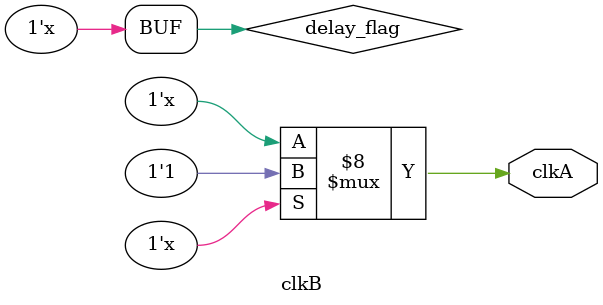
<source format=v>
`timescale 1ns / 10ps


module clkB(


	output reg clkA

);

reg delay_flag = 0;
parameter delay_time = 13;
parameter clkA_period = 58;

initial clkA = 0;
	
always 
begin
 	if (!delay_flag) 
 	begin
 		
 		#delay_time;
 		delay_flag = ~delay_flag;
 		clkA = 1;
 		
 	end

 	else 
 	begin
 		
 		#(clkA_period/2)clkA = ~clkA;

 	end
 end 

endmodule

</source>
